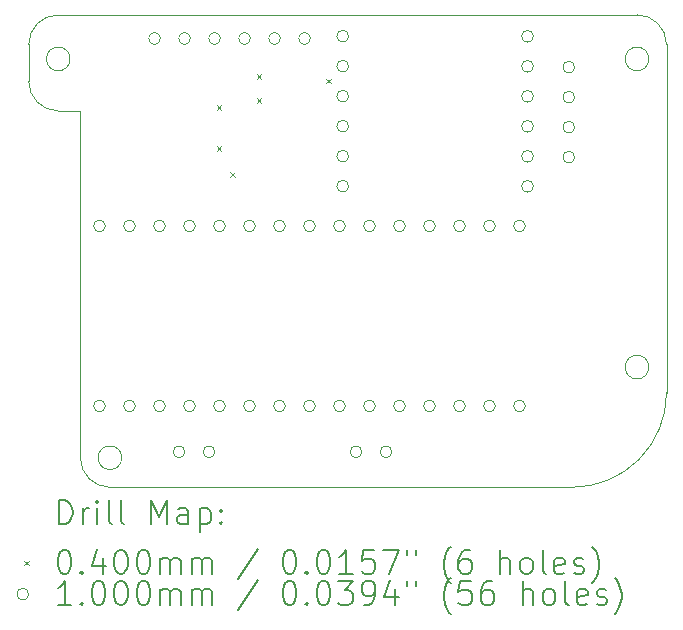
<source format=gbr>
%TF.GenerationSoftware,KiCad,Pcbnew,(6.0.9)*%
%TF.CreationDate,2023-05-28T23:14:15+10:00*%
%TF.ProjectId,SumoNyxPCB2.0,53756d6f-4e79-4785-9043-42322e302e6b,rev?*%
%TF.SameCoordinates,Original*%
%TF.FileFunction,Drillmap*%
%TF.FilePolarity,Positive*%
%FSLAX45Y45*%
G04 Gerber Fmt 4.5, Leading zero omitted, Abs format (unit mm)*
G04 Created by KiCad (PCBNEW (6.0.9)) date 2023-05-28 23:14:15*
%MOMM*%
%LPD*%
G01*
G04 APERTURE LIST*
%ADD10C,0.010000*%
%ADD11C,0.200000*%
%ADD12C,0.040000*%
%ADD13C,0.100000*%
G04 APERTURE END LIST*
D10*
X15912500Y-7188527D02*
X15912500Y-7188500D01*
X20975000Y-6625000D02*
G75*
G03*
X20725000Y-6375000I-250000J0D01*
G01*
X20725000Y-6375000D02*
X15825000Y-6375000D01*
X20825000Y-9357398D02*
G75*
G03*
X20825000Y-9357398I-100000J0D01*
G01*
X16012500Y-10125000D02*
G75*
G03*
X16262500Y-10375000I250000J0D01*
G01*
X15925000Y-6748198D02*
G75*
G03*
X15925000Y-6748198I-100000J0D01*
G01*
X16362500Y-10125000D02*
G75*
G03*
X16362500Y-10125000I-100000J0D01*
G01*
X20825000Y-6748198D02*
G75*
G03*
X20825000Y-6748198I-100000J0D01*
G01*
X15912500Y-7188500D02*
X16012500Y-7188500D01*
X16262500Y-10375000D02*
X20175000Y-10375000D01*
X15825000Y-7188527D02*
X15912500Y-7188527D01*
X20175000Y-10375000D02*
G75*
G03*
X20975000Y-9575000I0J800000D01*
G01*
X20975000Y-9575000D02*
X20975000Y-6625000D01*
X15575003Y-6938527D02*
G75*
G03*
X15825000Y-7188527I249997J-3D01*
G01*
X16012500Y-7188500D02*
X16012500Y-10125000D01*
X15825000Y-6375000D02*
G75*
G03*
X15575000Y-6625000I0J-250000D01*
G01*
X15575000Y-6625000D02*
X15575000Y-6938527D01*
D11*
D12*
X17166730Y-7141730D02*
X17206730Y-7181730D01*
X17206730Y-7141730D02*
X17166730Y-7181730D01*
X17166730Y-7486450D02*
X17206730Y-7526450D01*
X17206730Y-7486450D02*
X17166730Y-7526450D01*
X17280000Y-7705000D02*
X17320000Y-7745000D01*
X17320000Y-7705000D02*
X17280000Y-7745000D01*
X17505000Y-6880000D02*
X17545000Y-6920000D01*
X17545000Y-6880000D02*
X17505000Y-6920000D01*
X17505000Y-7080000D02*
X17545000Y-7120000D01*
X17545000Y-7080000D02*
X17505000Y-7120000D01*
X18096000Y-6914000D02*
X18136000Y-6954000D01*
X18136000Y-6914000D02*
X18096000Y-6954000D01*
D13*
X16224000Y-8162000D02*
G75*
G03*
X16224000Y-8162000I-50000J0D01*
G01*
X16224000Y-9686000D02*
G75*
G03*
X16224000Y-9686000I-50000J0D01*
G01*
X16478000Y-8162000D02*
G75*
G03*
X16478000Y-8162000I-50000J0D01*
G01*
X16478000Y-9686000D02*
G75*
G03*
X16478000Y-9686000I-50000J0D01*
G01*
X16690000Y-6575000D02*
G75*
G03*
X16690000Y-6575000I-50000J0D01*
G01*
X16732000Y-8162000D02*
G75*
G03*
X16732000Y-8162000I-50000J0D01*
G01*
X16732000Y-9686000D02*
G75*
G03*
X16732000Y-9686000I-50000J0D01*
G01*
X16897000Y-10075000D02*
G75*
G03*
X16897000Y-10075000I-50000J0D01*
G01*
X16944000Y-6575000D02*
G75*
G03*
X16944000Y-6575000I-50000J0D01*
G01*
X16986000Y-8162000D02*
G75*
G03*
X16986000Y-8162000I-50000J0D01*
G01*
X16986000Y-9686000D02*
G75*
G03*
X16986000Y-9686000I-50000J0D01*
G01*
X17151000Y-10075000D02*
G75*
G03*
X17151000Y-10075000I-50000J0D01*
G01*
X17198000Y-6575000D02*
G75*
G03*
X17198000Y-6575000I-50000J0D01*
G01*
X17240000Y-8162000D02*
G75*
G03*
X17240000Y-8162000I-50000J0D01*
G01*
X17240000Y-9686000D02*
G75*
G03*
X17240000Y-9686000I-50000J0D01*
G01*
X17452000Y-6575000D02*
G75*
G03*
X17452000Y-6575000I-50000J0D01*
G01*
X17494000Y-8162000D02*
G75*
G03*
X17494000Y-8162000I-50000J0D01*
G01*
X17494000Y-9686000D02*
G75*
G03*
X17494000Y-9686000I-50000J0D01*
G01*
X17706000Y-6575000D02*
G75*
G03*
X17706000Y-6575000I-50000J0D01*
G01*
X17748000Y-8162000D02*
G75*
G03*
X17748000Y-8162000I-50000J0D01*
G01*
X17748000Y-9686000D02*
G75*
G03*
X17748000Y-9686000I-50000J0D01*
G01*
X17960000Y-6575000D02*
G75*
G03*
X17960000Y-6575000I-50000J0D01*
G01*
X18002000Y-8162000D02*
G75*
G03*
X18002000Y-8162000I-50000J0D01*
G01*
X18002000Y-9686000D02*
G75*
G03*
X18002000Y-9686000I-50000J0D01*
G01*
X18256000Y-8162000D02*
G75*
G03*
X18256000Y-8162000I-50000J0D01*
G01*
X18256000Y-9686000D02*
G75*
G03*
X18256000Y-9686000I-50000J0D01*
G01*
X18283500Y-6555500D02*
G75*
G03*
X18283500Y-6555500I-50000J0D01*
G01*
X18283500Y-6809500D02*
G75*
G03*
X18283500Y-6809500I-50000J0D01*
G01*
X18283500Y-7063500D02*
G75*
G03*
X18283500Y-7063500I-50000J0D01*
G01*
X18283500Y-7317500D02*
G75*
G03*
X18283500Y-7317500I-50000J0D01*
G01*
X18283500Y-7571500D02*
G75*
G03*
X18283500Y-7571500I-50000J0D01*
G01*
X18283500Y-7825500D02*
G75*
G03*
X18283500Y-7825500I-50000J0D01*
G01*
X18396000Y-10075000D02*
G75*
G03*
X18396000Y-10075000I-50000J0D01*
G01*
X18510000Y-8162000D02*
G75*
G03*
X18510000Y-8162000I-50000J0D01*
G01*
X18510000Y-9686000D02*
G75*
G03*
X18510000Y-9686000I-50000J0D01*
G01*
X18650000Y-10075000D02*
G75*
G03*
X18650000Y-10075000I-50000J0D01*
G01*
X18764000Y-8162000D02*
G75*
G03*
X18764000Y-8162000I-50000J0D01*
G01*
X18764000Y-9686000D02*
G75*
G03*
X18764000Y-9686000I-50000J0D01*
G01*
X19018000Y-8162000D02*
G75*
G03*
X19018000Y-8162000I-50000J0D01*
G01*
X19018000Y-9686000D02*
G75*
G03*
X19018000Y-9686000I-50000J0D01*
G01*
X19272000Y-8162000D02*
G75*
G03*
X19272000Y-8162000I-50000J0D01*
G01*
X19272000Y-9686000D02*
G75*
G03*
X19272000Y-9686000I-50000J0D01*
G01*
X19526000Y-8162000D02*
G75*
G03*
X19526000Y-8162000I-50000J0D01*
G01*
X19526000Y-9686000D02*
G75*
G03*
X19526000Y-9686000I-50000J0D01*
G01*
X19780000Y-8162000D02*
G75*
G03*
X19780000Y-8162000I-50000J0D01*
G01*
X19780000Y-9686000D02*
G75*
G03*
X19780000Y-9686000I-50000J0D01*
G01*
X19847500Y-6556500D02*
G75*
G03*
X19847500Y-6556500I-50000J0D01*
G01*
X19847500Y-6810500D02*
G75*
G03*
X19847500Y-6810500I-50000J0D01*
G01*
X19847500Y-7064500D02*
G75*
G03*
X19847500Y-7064500I-50000J0D01*
G01*
X19847500Y-7318500D02*
G75*
G03*
X19847500Y-7318500I-50000J0D01*
G01*
X19847500Y-7572500D02*
G75*
G03*
X19847500Y-7572500I-50000J0D01*
G01*
X19847500Y-7826500D02*
G75*
G03*
X19847500Y-7826500I-50000J0D01*
G01*
X20197500Y-6818000D02*
G75*
G03*
X20197500Y-6818000I-50000J0D01*
G01*
X20197500Y-7072000D02*
G75*
G03*
X20197500Y-7072000I-50000J0D01*
G01*
X20197500Y-7326000D02*
G75*
G03*
X20197500Y-7326000I-50000J0D01*
G01*
X20197500Y-7580000D02*
G75*
G03*
X20197500Y-7580000I-50000J0D01*
G01*
D11*
X15832119Y-10685976D02*
X15832119Y-10485976D01*
X15879738Y-10485976D01*
X15908309Y-10495500D01*
X15927357Y-10514548D01*
X15936881Y-10533595D01*
X15946405Y-10571690D01*
X15946405Y-10600262D01*
X15936881Y-10638357D01*
X15927357Y-10657405D01*
X15908309Y-10676452D01*
X15879738Y-10685976D01*
X15832119Y-10685976D01*
X16032119Y-10685976D02*
X16032119Y-10552643D01*
X16032119Y-10590738D02*
X16041643Y-10571690D01*
X16051167Y-10562167D01*
X16070214Y-10552643D01*
X16089262Y-10552643D01*
X16155928Y-10685976D02*
X16155928Y-10552643D01*
X16155928Y-10485976D02*
X16146405Y-10495500D01*
X16155928Y-10505024D01*
X16165452Y-10495500D01*
X16155928Y-10485976D01*
X16155928Y-10505024D01*
X16279738Y-10685976D02*
X16260690Y-10676452D01*
X16251167Y-10657405D01*
X16251167Y-10485976D01*
X16384500Y-10685976D02*
X16365452Y-10676452D01*
X16355928Y-10657405D01*
X16355928Y-10485976D01*
X16613071Y-10685976D02*
X16613071Y-10485976D01*
X16679738Y-10628833D01*
X16746405Y-10485976D01*
X16746405Y-10685976D01*
X16927357Y-10685976D02*
X16927357Y-10581214D01*
X16917833Y-10562167D01*
X16898786Y-10552643D01*
X16860690Y-10552643D01*
X16841643Y-10562167D01*
X16927357Y-10676452D02*
X16908310Y-10685976D01*
X16860690Y-10685976D01*
X16841643Y-10676452D01*
X16832119Y-10657405D01*
X16832119Y-10638357D01*
X16841643Y-10619310D01*
X16860690Y-10609786D01*
X16908310Y-10609786D01*
X16927357Y-10600262D01*
X17022595Y-10552643D02*
X17022595Y-10752643D01*
X17022595Y-10562167D02*
X17041643Y-10552643D01*
X17079738Y-10552643D01*
X17098786Y-10562167D01*
X17108310Y-10571690D01*
X17117833Y-10590738D01*
X17117833Y-10647881D01*
X17108310Y-10666929D01*
X17098786Y-10676452D01*
X17079738Y-10685976D01*
X17041643Y-10685976D01*
X17022595Y-10676452D01*
X17203548Y-10666929D02*
X17213071Y-10676452D01*
X17203548Y-10685976D01*
X17194024Y-10676452D01*
X17203548Y-10666929D01*
X17203548Y-10685976D01*
X17203548Y-10562167D02*
X17213071Y-10571690D01*
X17203548Y-10581214D01*
X17194024Y-10571690D01*
X17203548Y-10562167D01*
X17203548Y-10581214D01*
D12*
X15534500Y-10995500D02*
X15574500Y-11035500D01*
X15574500Y-10995500D02*
X15534500Y-11035500D01*
D11*
X15870214Y-10905976D02*
X15889262Y-10905976D01*
X15908309Y-10915500D01*
X15917833Y-10925024D01*
X15927357Y-10944071D01*
X15936881Y-10982167D01*
X15936881Y-11029786D01*
X15927357Y-11067881D01*
X15917833Y-11086929D01*
X15908309Y-11096452D01*
X15889262Y-11105976D01*
X15870214Y-11105976D01*
X15851167Y-11096452D01*
X15841643Y-11086929D01*
X15832119Y-11067881D01*
X15822595Y-11029786D01*
X15822595Y-10982167D01*
X15832119Y-10944071D01*
X15841643Y-10925024D01*
X15851167Y-10915500D01*
X15870214Y-10905976D01*
X16022595Y-11086929D02*
X16032119Y-11096452D01*
X16022595Y-11105976D01*
X16013071Y-11096452D01*
X16022595Y-11086929D01*
X16022595Y-11105976D01*
X16203548Y-10972643D02*
X16203548Y-11105976D01*
X16155928Y-10896452D02*
X16108309Y-11039310D01*
X16232119Y-11039310D01*
X16346405Y-10905976D02*
X16365452Y-10905976D01*
X16384500Y-10915500D01*
X16394024Y-10925024D01*
X16403548Y-10944071D01*
X16413071Y-10982167D01*
X16413071Y-11029786D01*
X16403548Y-11067881D01*
X16394024Y-11086929D01*
X16384500Y-11096452D01*
X16365452Y-11105976D01*
X16346405Y-11105976D01*
X16327357Y-11096452D01*
X16317833Y-11086929D01*
X16308309Y-11067881D01*
X16298786Y-11029786D01*
X16298786Y-10982167D01*
X16308309Y-10944071D01*
X16317833Y-10925024D01*
X16327357Y-10915500D01*
X16346405Y-10905976D01*
X16536881Y-10905976D02*
X16555928Y-10905976D01*
X16574976Y-10915500D01*
X16584500Y-10925024D01*
X16594024Y-10944071D01*
X16603548Y-10982167D01*
X16603548Y-11029786D01*
X16594024Y-11067881D01*
X16584500Y-11086929D01*
X16574976Y-11096452D01*
X16555928Y-11105976D01*
X16536881Y-11105976D01*
X16517833Y-11096452D01*
X16508309Y-11086929D01*
X16498786Y-11067881D01*
X16489262Y-11029786D01*
X16489262Y-10982167D01*
X16498786Y-10944071D01*
X16508309Y-10925024D01*
X16517833Y-10915500D01*
X16536881Y-10905976D01*
X16689262Y-11105976D02*
X16689262Y-10972643D01*
X16689262Y-10991690D02*
X16698786Y-10982167D01*
X16717833Y-10972643D01*
X16746405Y-10972643D01*
X16765452Y-10982167D01*
X16774976Y-11001214D01*
X16774976Y-11105976D01*
X16774976Y-11001214D02*
X16784500Y-10982167D01*
X16803548Y-10972643D01*
X16832119Y-10972643D01*
X16851167Y-10982167D01*
X16860690Y-11001214D01*
X16860690Y-11105976D01*
X16955929Y-11105976D02*
X16955929Y-10972643D01*
X16955929Y-10991690D02*
X16965452Y-10982167D01*
X16984500Y-10972643D01*
X17013071Y-10972643D01*
X17032119Y-10982167D01*
X17041643Y-11001214D01*
X17041643Y-11105976D01*
X17041643Y-11001214D02*
X17051167Y-10982167D01*
X17070214Y-10972643D01*
X17098786Y-10972643D01*
X17117833Y-10982167D01*
X17127357Y-11001214D01*
X17127357Y-11105976D01*
X17517833Y-10896452D02*
X17346405Y-11153595D01*
X17774976Y-10905976D02*
X17794024Y-10905976D01*
X17813071Y-10915500D01*
X17822595Y-10925024D01*
X17832119Y-10944071D01*
X17841643Y-10982167D01*
X17841643Y-11029786D01*
X17832119Y-11067881D01*
X17822595Y-11086929D01*
X17813071Y-11096452D01*
X17794024Y-11105976D01*
X17774976Y-11105976D01*
X17755929Y-11096452D01*
X17746405Y-11086929D01*
X17736881Y-11067881D01*
X17727357Y-11029786D01*
X17727357Y-10982167D01*
X17736881Y-10944071D01*
X17746405Y-10925024D01*
X17755929Y-10915500D01*
X17774976Y-10905976D01*
X17927357Y-11086929D02*
X17936881Y-11096452D01*
X17927357Y-11105976D01*
X17917833Y-11096452D01*
X17927357Y-11086929D01*
X17927357Y-11105976D01*
X18060690Y-10905976D02*
X18079738Y-10905976D01*
X18098786Y-10915500D01*
X18108310Y-10925024D01*
X18117833Y-10944071D01*
X18127357Y-10982167D01*
X18127357Y-11029786D01*
X18117833Y-11067881D01*
X18108310Y-11086929D01*
X18098786Y-11096452D01*
X18079738Y-11105976D01*
X18060690Y-11105976D01*
X18041643Y-11096452D01*
X18032119Y-11086929D01*
X18022595Y-11067881D01*
X18013071Y-11029786D01*
X18013071Y-10982167D01*
X18022595Y-10944071D01*
X18032119Y-10925024D01*
X18041643Y-10915500D01*
X18060690Y-10905976D01*
X18317833Y-11105976D02*
X18203548Y-11105976D01*
X18260690Y-11105976D02*
X18260690Y-10905976D01*
X18241643Y-10934548D01*
X18222595Y-10953595D01*
X18203548Y-10963119D01*
X18498786Y-10905976D02*
X18403548Y-10905976D01*
X18394024Y-11001214D01*
X18403548Y-10991690D01*
X18422595Y-10982167D01*
X18470214Y-10982167D01*
X18489262Y-10991690D01*
X18498786Y-11001214D01*
X18508310Y-11020262D01*
X18508310Y-11067881D01*
X18498786Y-11086929D01*
X18489262Y-11096452D01*
X18470214Y-11105976D01*
X18422595Y-11105976D01*
X18403548Y-11096452D01*
X18394024Y-11086929D01*
X18574976Y-10905976D02*
X18708310Y-10905976D01*
X18622595Y-11105976D01*
X18774976Y-10905976D02*
X18774976Y-10944071D01*
X18851167Y-10905976D02*
X18851167Y-10944071D01*
X19146405Y-11182167D02*
X19136881Y-11172643D01*
X19117833Y-11144071D01*
X19108310Y-11125024D01*
X19098786Y-11096452D01*
X19089262Y-11048833D01*
X19089262Y-11010738D01*
X19098786Y-10963119D01*
X19108310Y-10934548D01*
X19117833Y-10915500D01*
X19136881Y-10886929D01*
X19146405Y-10877405D01*
X19308310Y-10905976D02*
X19270214Y-10905976D01*
X19251167Y-10915500D01*
X19241643Y-10925024D01*
X19222595Y-10953595D01*
X19213071Y-10991690D01*
X19213071Y-11067881D01*
X19222595Y-11086929D01*
X19232119Y-11096452D01*
X19251167Y-11105976D01*
X19289262Y-11105976D01*
X19308310Y-11096452D01*
X19317833Y-11086929D01*
X19327357Y-11067881D01*
X19327357Y-11020262D01*
X19317833Y-11001214D01*
X19308310Y-10991690D01*
X19289262Y-10982167D01*
X19251167Y-10982167D01*
X19232119Y-10991690D01*
X19222595Y-11001214D01*
X19213071Y-11020262D01*
X19565452Y-11105976D02*
X19565452Y-10905976D01*
X19651167Y-11105976D02*
X19651167Y-11001214D01*
X19641643Y-10982167D01*
X19622595Y-10972643D01*
X19594024Y-10972643D01*
X19574976Y-10982167D01*
X19565452Y-10991690D01*
X19774976Y-11105976D02*
X19755929Y-11096452D01*
X19746405Y-11086929D01*
X19736881Y-11067881D01*
X19736881Y-11010738D01*
X19746405Y-10991690D01*
X19755929Y-10982167D01*
X19774976Y-10972643D01*
X19803548Y-10972643D01*
X19822595Y-10982167D01*
X19832119Y-10991690D01*
X19841643Y-11010738D01*
X19841643Y-11067881D01*
X19832119Y-11086929D01*
X19822595Y-11096452D01*
X19803548Y-11105976D01*
X19774976Y-11105976D01*
X19955929Y-11105976D02*
X19936881Y-11096452D01*
X19927357Y-11077405D01*
X19927357Y-10905976D01*
X20108310Y-11096452D02*
X20089262Y-11105976D01*
X20051167Y-11105976D01*
X20032119Y-11096452D01*
X20022595Y-11077405D01*
X20022595Y-11001214D01*
X20032119Y-10982167D01*
X20051167Y-10972643D01*
X20089262Y-10972643D01*
X20108310Y-10982167D01*
X20117833Y-11001214D01*
X20117833Y-11020262D01*
X20022595Y-11039310D01*
X20194024Y-11096452D02*
X20213071Y-11105976D01*
X20251167Y-11105976D01*
X20270214Y-11096452D01*
X20279738Y-11077405D01*
X20279738Y-11067881D01*
X20270214Y-11048833D01*
X20251167Y-11039310D01*
X20222595Y-11039310D01*
X20203548Y-11029786D01*
X20194024Y-11010738D01*
X20194024Y-11001214D01*
X20203548Y-10982167D01*
X20222595Y-10972643D01*
X20251167Y-10972643D01*
X20270214Y-10982167D01*
X20346405Y-11182167D02*
X20355929Y-11172643D01*
X20374976Y-11144071D01*
X20384500Y-11125024D01*
X20394024Y-11096452D01*
X20403548Y-11048833D01*
X20403548Y-11010738D01*
X20394024Y-10963119D01*
X20384500Y-10934548D01*
X20374976Y-10915500D01*
X20355929Y-10886929D01*
X20346405Y-10877405D01*
D13*
X15574500Y-11279500D02*
G75*
G03*
X15574500Y-11279500I-50000J0D01*
G01*
D11*
X15936881Y-11369976D02*
X15822595Y-11369976D01*
X15879738Y-11369976D02*
X15879738Y-11169976D01*
X15860690Y-11198548D01*
X15841643Y-11217595D01*
X15822595Y-11227119D01*
X16022595Y-11350928D02*
X16032119Y-11360452D01*
X16022595Y-11369976D01*
X16013071Y-11360452D01*
X16022595Y-11350928D01*
X16022595Y-11369976D01*
X16155928Y-11169976D02*
X16174976Y-11169976D01*
X16194024Y-11179500D01*
X16203548Y-11189024D01*
X16213071Y-11208071D01*
X16222595Y-11246167D01*
X16222595Y-11293786D01*
X16213071Y-11331881D01*
X16203548Y-11350928D01*
X16194024Y-11360452D01*
X16174976Y-11369976D01*
X16155928Y-11369976D01*
X16136881Y-11360452D01*
X16127357Y-11350928D01*
X16117833Y-11331881D01*
X16108309Y-11293786D01*
X16108309Y-11246167D01*
X16117833Y-11208071D01*
X16127357Y-11189024D01*
X16136881Y-11179500D01*
X16155928Y-11169976D01*
X16346405Y-11169976D02*
X16365452Y-11169976D01*
X16384500Y-11179500D01*
X16394024Y-11189024D01*
X16403548Y-11208071D01*
X16413071Y-11246167D01*
X16413071Y-11293786D01*
X16403548Y-11331881D01*
X16394024Y-11350928D01*
X16384500Y-11360452D01*
X16365452Y-11369976D01*
X16346405Y-11369976D01*
X16327357Y-11360452D01*
X16317833Y-11350928D01*
X16308309Y-11331881D01*
X16298786Y-11293786D01*
X16298786Y-11246167D01*
X16308309Y-11208071D01*
X16317833Y-11189024D01*
X16327357Y-11179500D01*
X16346405Y-11169976D01*
X16536881Y-11169976D02*
X16555928Y-11169976D01*
X16574976Y-11179500D01*
X16584500Y-11189024D01*
X16594024Y-11208071D01*
X16603548Y-11246167D01*
X16603548Y-11293786D01*
X16594024Y-11331881D01*
X16584500Y-11350928D01*
X16574976Y-11360452D01*
X16555928Y-11369976D01*
X16536881Y-11369976D01*
X16517833Y-11360452D01*
X16508309Y-11350928D01*
X16498786Y-11331881D01*
X16489262Y-11293786D01*
X16489262Y-11246167D01*
X16498786Y-11208071D01*
X16508309Y-11189024D01*
X16517833Y-11179500D01*
X16536881Y-11169976D01*
X16689262Y-11369976D02*
X16689262Y-11236643D01*
X16689262Y-11255690D02*
X16698786Y-11246167D01*
X16717833Y-11236643D01*
X16746405Y-11236643D01*
X16765452Y-11246167D01*
X16774976Y-11265214D01*
X16774976Y-11369976D01*
X16774976Y-11265214D02*
X16784500Y-11246167D01*
X16803548Y-11236643D01*
X16832119Y-11236643D01*
X16851167Y-11246167D01*
X16860690Y-11265214D01*
X16860690Y-11369976D01*
X16955929Y-11369976D02*
X16955929Y-11236643D01*
X16955929Y-11255690D02*
X16965452Y-11246167D01*
X16984500Y-11236643D01*
X17013071Y-11236643D01*
X17032119Y-11246167D01*
X17041643Y-11265214D01*
X17041643Y-11369976D01*
X17041643Y-11265214D02*
X17051167Y-11246167D01*
X17070214Y-11236643D01*
X17098786Y-11236643D01*
X17117833Y-11246167D01*
X17127357Y-11265214D01*
X17127357Y-11369976D01*
X17517833Y-11160452D02*
X17346405Y-11417595D01*
X17774976Y-11169976D02*
X17794024Y-11169976D01*
X17813071Y-11179500D01*
X17822595Y-11189024D01*
X17832119Y-11208071D01*
X17841643Y-11246167D01*
X17841643Y-11293786D01*
X17832119Y-11331881D01*
X17822595Y-11350928D01*
X17813071Y-11360452D01*
X17794024Y-11369976D01*
X17774976Y-11369976D01*
X17755929Y-11360452D01*
X17746405Y-11350928D01*
X17736881Y-11331881D01*
X17727357Y-11293786D01*
X17727357Y-11246167D01*
X17736881Y-11208071D01*
X17746405Y-11189024D01*
X17755929Y-11179500D01*
X17774976Y-11169976D01*
X17927357Y-11350928D02*
X17936881Y-11360452D01*
X17927357Y-11369976D01*
X17917833Y-11360452D01*
X17927357Y-11350928D01*
X17927357Y-11369976D01*
X18060690Y-11169976D02*
X18079738Y-11169976D01*
X18098786Y-11179500D01*
X18108310Y-11189024D01*
X18117833Y-11208071D01*
X18127357Y-11246167D01*
X18127357Y-11293786D01*
X18117833Y-11331881D01*
X18108310Y-11350928D01*
X18098786Y-11360452D01*
X18079738Y-11369976D01*
X18060690Y-11369976D01*
X18041643Y-11360452D01*
X18032119Y-11350928D01*
X18022595Y-11331881D01*
X18013071Y-11293786D01*
X18013071Y-11246167D01*
X18022595Y-11208071D01*
X18032119Y-11189024D01*
X18041643Y-11179500D01*
X18060690Y-11169976D01*
X18194024Y-11169976D02*
X18317833Y-11169976D01*
X18251167Y-11246167D01*
X18279738Y-11246167D01*
X18298786Y-11255690D01*
X18308310Y-11265214D01*
X18317833Y-11284262D01*
X18317833Y-11331881D01*
X18308310Y-11350928D01*
X18298786Y-11360452D01*
X18279738Y-11369976D01*
X18222595Y-11369976D01*
X18203548Y-11360452D01*
X18194024Y-11350928D01*
X18413071Y-11369976D02*
X18451167Y-11369976D01*
X18470214Y-11360452D01*
X18479738Y-11350928D01*
X18498786Y-11322357D01*
X18508310Y-11284262D01*
X18508310Y-11208071D01*
X18498786Y-11189024D01*
X18489262Y-11179500D01*
X18470214Y-11169976D01*
X18432119Y-11169976D01*
X18413071Y-11179500D01*
X18403548Y-11189024D01*
X18394024Y-11208071D01*
X18394024Y-11255690D01*
X18403548Y-11274738D01*
X18413071Y-11284262D01*
X18432119Y-11293786D01*
X18470214Y-11293786D01*
X18489262Y-11284262D01*
X18498786Y-11274738D01*
X18508310Y-11255690D01*
X18679738Y-11236643D02*
X18679738Y-11369976D01*
X18632119Y-11160452D02*
X18584500Y-11303309D01*
X18708310Y-11303309D01*
X18774976Y-11169976D02*
X18774976Y-11208071D01*
X18851167Y-11169976D02*
X18851167Y-11208071D01*
X19146405Y-11446167D02*
X19136881Y-11436643D01*
X19117833Y-11408071D01*
X19108310Y-11389024D01*
X19098786Y-11360452D01*
X19089262Y-11312833D01*
X19089262Y-11274738D01*
X19098786Y-11227119D01*
X19108310Y-11198548D01*
X19117833Y-11179500D01*
X19136881Y-11150929D01*
X19146405Y-11141405D01*
X19317833Y-11169976D02*
X19222595Y-11169976D01*
X19213071Y-11265214D01*
X19222595Y-11255690D01*
X19241643Y-11246167D01*
X19289262Y-11246167D01*
X19308310Y-11255690D01*
X19317833Y-11265214D01*
X19327357Y-11284262D01*
X19327357Y-11331881D01*
X19317833Y-11350928D01*
X19308310Y-11360452D01*
X19289262Y-11369976D01*
X19241643Y-11369976D01*
X19222595Y-11360452D01*
X19213071Y-11350928D01*
X19498786Y-11169976D02*
X19460690Y-11169976D01*
X19441643Y-11179500D01*
X19432119Y-11189024D01*
X19413071Y-11217595D01*
X19403548Y-11255690D01*
X19403548Y-11331881D01*
X19413071Y-11350928D01*
X19422595Y-11360452D01*
X19441643Y-11369976D01*
X19479738Y-11369976D01*
X19498786Y-11360452D01*
X19508310Y-11350928D01*
X19517833Y-11331881D01*
X19517833Y-11284262D01*
X19508310Y-11265214D01*
X19498786Y-11255690D01*
X19479738Y-11246167D01*
X19441643Y-11246167D01*
X19422595Y-11255690D01*
X19413071Y-11265214D01*
X19403548Y-11284262D01*
X19755929Y-11369976D02*
X19755929Y-11169976D01*
X19841643Y-11369976D02*
X19841643Y-11265214D01*
X19832119Y-11246167D01*
X19813071Y-11236643D01*
X19784500Y-11236643D01*
X19765452Y-11246167D01*
X19755929Y-11255690D01*
X19965452Y-11369976D02*
X19946405Y-11360452D01*
X19936881Y-11350928D01*
X19927357Y-11331881D01*
X19927357Y-11274738D01*
X19936881Y-11255690D01*
X19946405Y-11246167D01*
X19965452Y-11236643D01*
X19994024Y-11236643D01*
X20013071Y-11246167D01*
X20022595Y-11255690D01*
X20032119Y-11274738D01*
X20032119Y-11331881D01*
X20022595Y-11350928D01*
X20013071Y-11360452D01*
X19994024Y-11369976D01*
X19965452Y-11369976D01*
X20146405Y-11369976D02*
X20127357Y-11360452D01*
X20117833Y-11341405D01*
X20117833Y-11169976D01*
X20298786Y-11360452D02*
X20279738Y-11369976D01*
X20241643Y-11369976D01*
X20222595Y-11360452D01*
X20213071Y-11341405D01*
X20213071Y-11265214D01*
X20222595Y-11246167D01*
X20241643Y-11236643D01*
X20279738Y-11236643D01*
X20298786Y-11246167D01*
X20308310Y-11265214D01*
X20308310Y-11284262D01*
X20213071Y-11303309D01*
X20384500Y-11360452D02*
X20403548Y-11369976D01*
X20441643Y-11369976D01*
X20460690Y-11360452D01*
X20470214Y-11341405D01*
X20470214Y-11331881D01*
X20460690Y-11312833D01*
X20441643Y-11303309D01*
X20413071Y-11303309D01*
X20394024Y-11293786D01*
X20384500Y-11274738D01*
X20384500Y-11265214D01*
X20394024Y-11246167D01*
X20413071Y-11236643D01*
X20441643Y-11236643D01*
X20460690Y-11246167D01*
X20536881Y-11446167D02*
X20546405Y-11436643D01*
X20565452Y-11408071D01*
X20574976Y-11389024D01*
X20584500Y-11360452D01*
X20594024Y-11312833D01*
X20594024Y-11274738D01*
X20584500Y-11227119D01*
X20574976Y-11198548D01*
X20565452Y-11179500D01*
X20546405Y-11150929D01*
X20536881Y-11141405D01*
M02*

</source>
